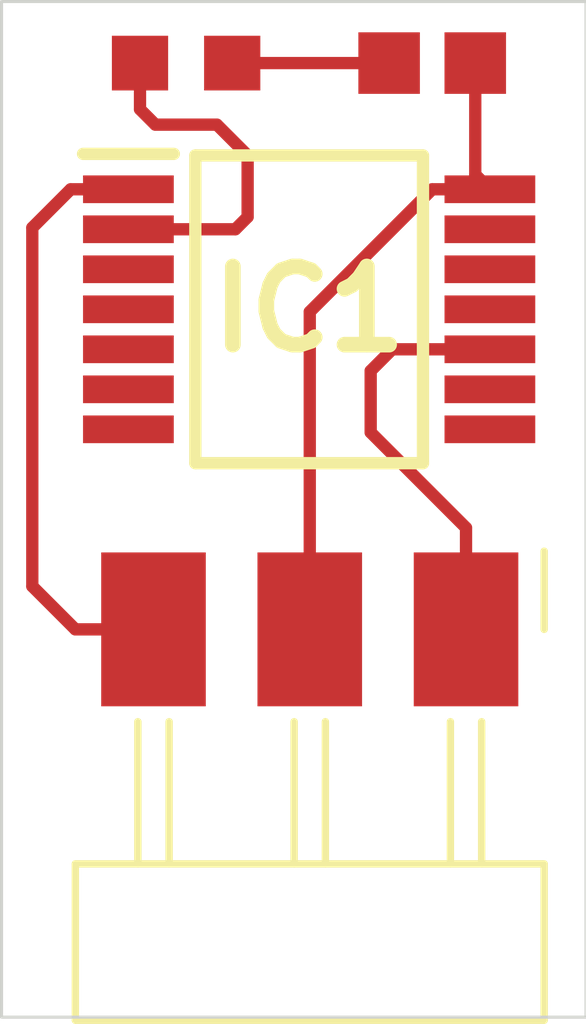
<source format=kicad_pcb>
(kicad_pcb (version 20241229) (generator "pcbnew") (generator_version "9.0")
  (layers (0 "F.Cu" signal) (2 "B.Cu" signal) (13 "F.Paste" user) (15 "B.Paste" user) (5 "F.SilkS" user "F.Silkscreen") (7 "B.SilkS" user "B.Silkscreen") (1 "F.Mask" user) (3 "B.Mask" user) (25 "Edge.Cuts" user))
  (net 0 "")
  (net 11 "GND")
  (net 12 "V")
  (net 13 "UPDI")
  (net 14 "Net-(LED1-Pad1)")
  (net 15 "Net-(IC1-PA4)")
  (footprint "fab:PinHeader_01x03_P2.54mm_Horizontal_SMD" (layer "F.Cu") (at 98.05 93.7 -90)
    (property "Reference" "J1" (hide yes))
    (property "Value" "V G UPDI" (hide yes))
    (fp_line (start 3.81 6.35) (end 3.81 -1.27) (stroke (width 0.12)) (layer "F.SilkS"))
    (fp_line (start 6.35 6.35) (end 3.81 6.35) (stroke (width 0.12)) (layer "F.SilkS"))
    (fp_line (start 3.81 5.334) (end 1.5 5.334) (stroke (width 0.12)) (layer "F.SilkS"))
    (fp_line (start 3.81 4.826) (end 1.5 4.826) (stroke (width 0.12)) (layer "F.SilkS"))
    (fp_line (start 3.81 2.794) (end 1.5 2.794) (stroke (width 0.12)) (layer "F.SilkS"))
    (fp_line (start 3.81 2.286) (end 1.5 2.286) (stroke (width 0.12)) (layer "F.SilkS"))
    (fp_line (start 3.81 0.254) (end 1.5 0.254) (stroke (width 0.12)) (layer "F.SilkS"))
    (fp_line (start 3.81 -0.254) (end 1.5 -0.254) (stroke (width 0.12)) (layer "F.SilkS"))
    (fp_line (start -1.27 -1.27) (end 0 -1.27) (stroke (width 0.12)) (layer "F.SilkS"))
    (fp_line (start 3.81 -1.27) (end 6.35 -1.27) (stroke (width 0.12)) (layer "F.SilkS"))
    (fp_line (start 6.35 -1.27) (end 6.35 6.35) (stroke (width 0.12)) (layer "F.SilkS"))
    (pad "1" smd rect (at 0 0 270) (size 2.5 1.7) (layers "F.Cu" "F.Mask" "F.Paste") (net 13 "UPDI"))
    (pad "2" smd rect (at 0 2.54 270) (size 2.5 1.7) (layers "F.Cu" "F.Mask" "F.Paste") (net 11 "GND"))
    (pad "3" smd rect (at 0 5.08 270) (size 2.5 1.7) (layers "F.Cu" "F.Mask" "F.Paste") (net 12 "V"))
  )
  (footprint "Neil:LED 0603" (layer "F.Cu") (at 93.5 84.5 180)
    (property "Reference" "LED1" (hide yes))
    (property "Value" "~" (hide yes))
    (pad "1" smd rect (at -0.7493 0 180) (size 0.9144 0.889) (layers "F.Cu" "F.Mask" "F.Paste") (net 14 "Net-(LED1-Pad1)"))
    (pad "2" smd rect (at 0.7493 0 180) (size 0.9144 0.889) (layers "F.Cu" "F.Mask" "F.Paste") (net 15 "Net-(IC1-PA4)"))
  )
  (footprint "Neil:Resistor 0603" (layer "F.Cu") (at 97.5 84.5 180)
    (property "Reference" "R1" (hide yes))
    (property "Value" "1k" (hide yes))
    (pad "1" smd rect (at -0.7 0 270) (size 1 1) (layers "F.Cu" "F.Mask" "F.Paste") (net 11 "GND"))
    (pad "2" smd rect (at 0.7 0 270) (size 1 1) (layers "F.Cu" "F.Mask" "F.Paste") (net 14 "Net-(LED1-Pad1)"))
  )
  (footprint "Neil:TSSOP 14" (layer "F.Cu") (at 95.5 88.5)
    (property "Reference" "IC1" (at 0 0 0) (layer "F.SilkS") (effects (font (size 1.27 1.27) (thickness 0.254))))
    (property "Value" "ATTINY1624-XF" (hide yes))
    (fp_line (start -3.675 -2.525) (end -2.2 -2.525) (stroke (width 0.2)) (layer "F.SilkS"))
    (fp_line (start -1.85 -2.5) (end 1.85 -2.5) (stroke (width 0.2)) (layer "F.SilkS"))
    (fp_line (start -1.85 2.5) (end -1.85 -2.5) (stroke (width 0.2)) (layer "F.SilkS"))
    (fp_line (start 1.85 -2.5) (end 1.85 2.5) (stroke (width 0.2)) (layer "F.SilkS"))
    (fp_line (start 1.85 2.5) (end -1.85 2.5) (stroke (width 0.2)) (layer "F.SilkS"))
    (pad "1" smd rect (at -2.938 -1.95 90) (size 0.45 1.475) (layers "F.Cu" "F.Mask" "F.Paste") (net 12 "V"))
    (pad "2" smd rect (at -2.938 -1.3 90) (size 0.45 1.475) (layers "F.Cu" "F.Mask" "F.Paste") (net 15 "Net-(IC1-PA4)"))
    (pad "3" smd rect (at -2.938 -0.65 90) (size 0.45 1.475) (layers "F.Cu" "F.Mask" "F.Paste"))
    (pad "4" smd rect (at -2.938 0 90) (size 0.45 1.475) (layers "F.Cu" "F.Mask" "F.Paste"))
    (pad "5" smd rect (at -2.938 0.65 90) (size 0.45 1.475) (layers "F.Cu" "F.Mask" "F.Paste"))
    (pad "6" smd rect (at -2.938 1.3 90) (size 0.45 1.475) (layers "F.Cu" "F.Mask" "F.Paste"))
    (pad "7" smd rect (at -2.938 1.95 90) (size 0.45 1.475) (layers "F.Cu" "F.Mask" "F.Paste"))
    (pad "8" smd rect (at 2.938 1.95 90) (size 0.45 1.475) (layers "F.Cu" "F.Mask" "F.Paste"))
    (pad "9" smd rect (at 2.938 1.3 90) (size 0.45 1.475) (layers "F.Cu" "F.Mask" "F.Paste"))
    (pad "10" smd rect (at 2.938 0.65 90) (size 0.45 1.475) (layers "F.Cu" "F.Mask" "F.Paste") (net 13 "UPDI"))
    (pad "11" smd rect (at 2.938 0 90) (size 0.45 1.475) (layers "F.Cu" "F.Mask" "F.Paste"))
    (pad "12" smd rect (at 2.938 -0.65 90) (size 0.45 1.475) (layers "F.Cu" "F.Mask" "F.Paste"))
    (pad "13" smd rect (at 2.938 -1.3 90) (size 0.45 1.475) (layers "F.Cu" "F.Mask" "F.Paste"))
    (pad "14" smd rect (at 2.938 -1.95 90) (size 0.45 1.475) (layers "F.Cu" "F.Mask" "F.Paste") (net 11 "GND"))
  )
  (gr_rect (start 90.5 83.5) (end 100 100) (stroke (width 0.05)) (fill no) (layer "Edge.Cuts"))
  (segment (start 95.51 93.7) (end 95.51 88.5405) (width 0.2) (layer "F.Cu") (net 11))
  (segment (start 98.2 84.5) (end 98.2 86.312) (width 0.2) (layer "F.Cu") (net 11))
  (segment (start 98.2 86.312) (end 98.438 86.55) (width 0.2) (layer "F.Cu") (net 11))
  (segment (start 97.5005 86.55) (end 98.438 86.55) (width 0.2) (layer "F.Cu") (net 11))
  (segment (start 95.51 88.5405) (end 97.5005 86.55) (width 0.2) (layer "F.Cu") (net 11))
  (segment (start 92.97 93.7) (end 91.7 93.7) (width 0.2) (layer "F.Cu") (net 12))
  (segment (start 91 93) (end 91 87.1745) (width 0.2) (layer "F.Cu") (net 12))
  (segment (start 91 87.1745) (end 91.6245 86.55) (width 0.2) (layer "F.Cu") (net 12))
  (segment (start 91.6245 86.55) (end 92.562 86.55) (width 0.2) (layer "F.Cu") (net 12))
  (segment (start 91.7 93.7) (end 91 93) (width 0.2) (layer "F.Cu") (net 12))
  (segment (start 96.85 89.15) (end 98.438 89.15) (width 0.2) (layer "F.Cu") (net 13))
  (segment (start 96.5 89.5) (end 96.85 89.15) (width 0.2) (layer "F.Cu") (net 13))
  (segment (start 96.5 90.5) (end 96.5 89.5) (width 0.2) (layer "F.Cu") (net 13))
  (segment (start 98.05 93.7) (end 98.05 92.05) (width 0.2) (layer "F.Cu") (net 13))
  (segment (start 98.05 92.05) (end 96.5 90.5) (width 0.2) (layer "F.Cu") (net 13))
  (segment (start 96.8 84.5) (end 94.2493 84.5) (width 0.2) (layer "F.Cu") (net 14))
  (segment (start 92.7507 85.2507) (end 92.7507 84.5) (width 0.2) (layer "F.Cu") (net 15))
  (segment (start 94.5 87) (end 94.5 86) (width 0.2) (layer "F.Cu") (net 15))
  (segment (start 94.5 86) (end 94 85.5) (width 0.2) (layer "F.Cu") (net 15))
  (segment (start 94 85.5) (end 93 85.5) (width 0.2) (layer "F.Cu") (net 15))
  (segment (start 94.3 87.2) (end 94.5 87) (width 0.2) (layer "F.Cu") (net 15))
  (segment (start 93 85.5) (end 92.7507 85.2507) (width 0.2) (layer "F.Cu") (net 15))
  (segment (start 92.562 87.2) (end 94.3 87.2) (width 0.2) (layer "F.Cu") (net 15))
)
</source>
